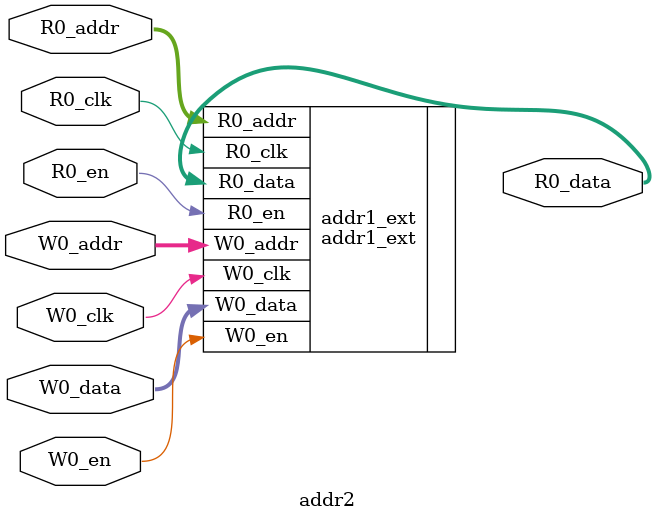
<source format=sv>
`ifndef RANDOMIZE
  `ifdef RANDOMIZE_MEM_INIT
    `define RANDOMIZE
  `endif // RANDOMIZE_MEM_INIT
`endif // not def RANDOMIZE
`ifndef RANDOMIZE
  `ifdef RANDOMIZE_REG_INIT
    `define RANDOMIZE
  `endif // RANDOMIZE_REG_INIT
`endif // not def RANDOMIZE

`ifndef RANDOM
  `define RANDOM $random
`endif // not def RANDOM

// Users can define INIT_RANDOM as general code that gets injected into the
// initializer block for modules with registers.
`ifndef INIT_RANDOM
  `define INIT_RANDOM
`endif // not def INIT_RANDOM

// If using random initialization, you can also define RANDOMIZE_DELAY to
// customize the delay used, otherwise 0.002 is used.
`ifndef RANDOMIZE_DELAY
  `define RANDOMIZE_DELAY 0.002
`endif // not def RANDOMIZE_DELAY

// Define INIT_RANDOM_PROLOG_ for use in our modules below.
`ifndef INIT_RANDOM_PROLOG_
  `ifdef RANDOMIZE
    `ifdef VERILATOR
      `define INIT_RANDOM_PROLOG_ `INIT_RANDOM
    `else  // VERILATOR
      `define INIT_RANDOM_PROLOG_ `INIT_RANDOM #`RANDOMIZE_DELAY begin end
    `endif // VERILATOR
  `else  // RANDOMIZE
    `define INIT_RANDOM_PROLOG_
  `endif // RANDOMIZE
`endif // not def INIT_RANDOM_PROLOG_

// Include register initializers in init blocks unless synthesis is set
`ifndef SYNTHESIS
  `ifndef ENABLE_INITIAL_REG_
    `define ENABLE_INITIAL_REG_
  `endif // not def ENABLE_INITIAL_REG_
`endif // not def SYNTHESIS

// Include rmemory initializers in init blocks unless synthesis is set
`ifndef SYNTHESIS
  `ifndef ENABLE_INITIAL_MEM_
    `define ENABLE_INITIAL_MEM_
  `endif // not def ENABLE_INITIAL_MEM_
`endif // not def SYNTHESIS

// Standard header to adapt well known macros for prints and assertions.

// Users can define 'PRINTF_COND' to add an extra gate to prints.
`ifndef PRINTF_COND_
  `ifdef PRINTF_COND
    `define PRINTF_COND_ (`PRINTF_COND)
  `else  // PRINTF_COND
    `define PRINTF_COND_ 1
  `endif // PRINTF_COND
`endif // not def PRINTF_COND_

// Users can define 'ASSERT_VERBOSE_COND' to add an extra gate to assert error printing.
`ifndef ASSERT_VERBOSE_COND_
  `ifdef ASSERT_VERBOSE_COND
    `define ASSERT_VERBOSE_COND_ (`ASSERT_VERBOSE_COND)
  `else  // ASSERT_VERBOSE_COND
    `define ASSERT_VERBOSE_COND_ 1
  `endif // ASSERT_VERBOSE_COND
`endif // not def ASSERT_VERBOSE_COND_

// Users can define 'STOP_COND' to add an extra gate to stop conditions.
`ifndef STOP_COND_
  `ifdef STOP_COND
    `define STOP_COND_ (`STOP_COND)
  `else  // STOP_COND
    `define STOP_COND_ 1
  `endif // STOP_COND
`endif // not def STOP_COND_

module addr2(	// ventus/src/cta/resource_table.scala:586:26
  input  [2:0]  R0_addr,
  input         R0_en,
                R0_clk,
  output [16:0] R0_data,
  input  [2:0]  W0_addr,
  input         W0_en,
                W0_clk,
  input  [16:0] W0_data
);

  addr1_ext addr1_ext (	// ventus/src/cta/resource_table.scala:586:26
    .R0_addr (R0_addr),
    .R0_en   (R0_en),
    .R0_clk  (R0_clk),
    .R0_data (R0_data),
    .W0_addr (W0_addr),
    .W0_en   (W0_en),
    .W0_clk  (W0_clk),
    .W0_data (W0_data)
  );
endmodule


</source>
